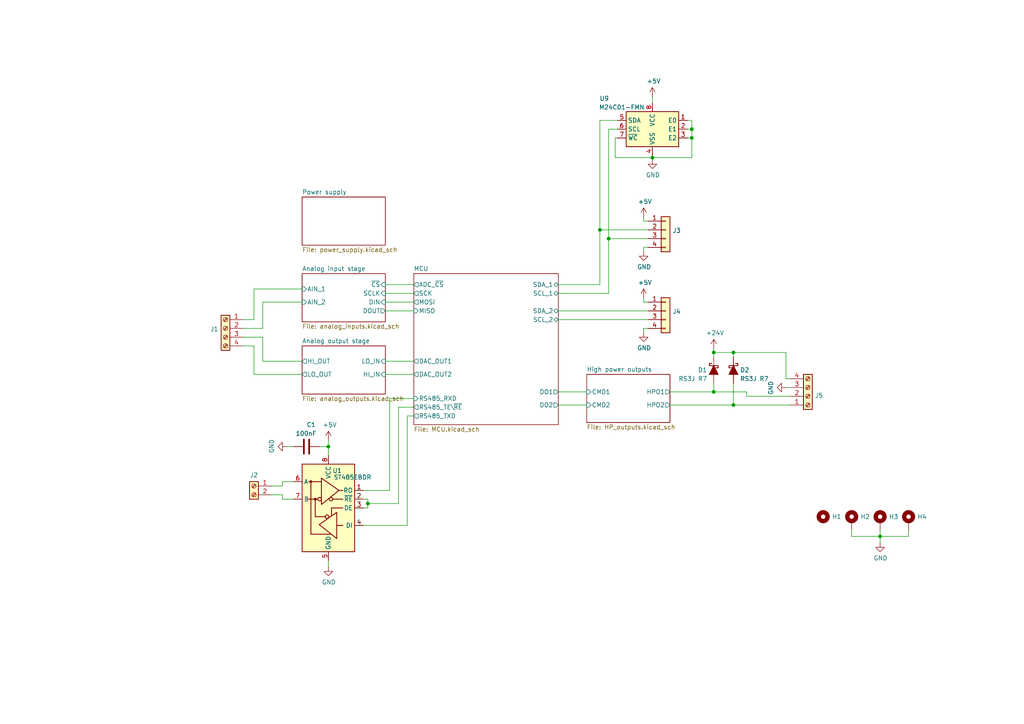
<source format=kicad_sch>
(kicad_sch (version 20231120) (generator "eeschema") (generator_version "8.0")
  (paper "A4")
  (title_block (title "MEV board") (date "2021-05-25") (rev "1.0") (comment 2 "Released under CC BY-NC-SA license"))
  (lib_symbols
    (symbol "Connector:Screw_Terminal_01x02" (pin_names (offset 1.016) hide)
      (property "Reference" "J" (at 0 2.54 0))
      (property "Value" "Screw_Terminal_01x02" (at 0 -5.08 0))
      (symbol "Screw_Terminal_01x02_1_1"
        (rectangle (start -1.27 1.27) (end 1.27 -3.81) (stroke (width 0.254)) (fill (type background)))
        (circle (center 0 -2.54) (radius 0.635) (stroke (width 0.1524)))
        (polyline (pts (xy -0.5334 -2.2098) (xy 0.3302 -3.048)) (stroke (width 0.1524)))
        (polyline (pts (xy -0.5334 0.3302) (xy 0.3302 -0.508)) (stroke (width 0.1524)))
        (polyline (pts (xy -0.3556 -2.032) (xy 0.508 -2.8702)) (stroke (width 0.1524)))
        (polyline (pts (xy -0.3556 0.508) (xy 0.508 -0.3302)) (stroke (width 0.1524)))
        (circle (center 0 0) (radius 0.635) (stroke (width 0.1524)))
        (pin passive line (at -5.08 0 0) (length 3.81) (name "Pin_1") (number "1"))
        (pin passive line (at -5.08 -2.54 0) (length 3.81) (name "Pin_2") (number "2"))
      )
    )
    (symbol "Connector:Screw_Terminal_01x04" (pin_names (offset 1.016) hide)
      (property "Reference" "J" (at 0 5.08 0))
      (property "Value" "Screw_Terminal_01x04" (at 0 -7.62 0))
      (symbol "Screw_Terminal_01x04_1_1"
        (rectangle (start -1.27 3.81) (end 1.27 -6.35) (stroke (width 0.254)) (fill (type background)))
        (circle (center 0 -5.08) (radius 0.635) (stroke (width 0.1524)))
        (circle (center 0 -2.54) (radius 0.635) (stroke (width 0.1524)))
        (polyline (pts (xy -0.5334 -4.7498) (xy 0.3302 -5.588)) (stroke (width 0.1524)))
        (polyline (pts (xy -0.5334 -2.2098) (xy 0.3302 -3.048)) (stroke (width 0.1524)))
        (polyline (pts (xy -0.5334 0.3302) (xy 0.3302 -0.508)) (stroke (width 0.1524)))
        (polyline (pts (xy -0.5334 2.8702) (xy 0.3302 2.032)) (stroke (width 0.1524)))
        (polyline (pts (xy -0.3556 -4.572) (xy 0.508 -5.4102)) (stroke (width 0.1524)))
        (polyline (pts (xy -0.3556 -2.032) (xy 0.508 -2.8702)) (stroke (width 0.1524)))
        (polyline (pts (xy -0.3556 0.508) (xy 0.508 -0.3302)) (stroke (width 0.1524)))
        (polyline (pts (xy -0.3556 3.048) (xy 0.508 2.2098)) (stroke (width 0.1524)))
        (circle (center 0 0) (radius 0.635) (stroke (width 0.1524)))
        (circle (center 0 2.54) (radius 0.635) (stroke (width 0.1524)))
        (pin passive line (at -5.08 2.54 0) (length 3.81) (name "Pin_1") (number "1"))
        (pin passive line (at -5.08 0 0) (length 3.81) (name "Pin_2") (number "2"))
        (pin passive line (at -5.08 -2.54 0) (length 3.81) (name "Pin_3") (number "3"))
        (pin passive line (at -5.08 -5.08 0) (length 3.81) (name "Pin_4") (number "4"))
      )
    )
    (symbol "Connector_Generic:Conn_01x04" (pin_names (offset 1.016) hide)
      (property "Reference" "J" (at 0 5.08 0))
      (property "Value" "Conn_01x04" (at 0 -7.62 0))
      (symbol "Conn_01x04_1_1"
        (rectangle (start -1.27 -4.953) (end 0 -5.207) (stroke (width 0.1524)))
        (rectangle (start -1.27 -2.413) (end 0 -2.667) (stroke (width 0.1524)))
        (rectangle (start -1.27 0.127) (end 0 -0.127) (stroke (width 0.1524)))
        (rectangle (start -1.27 2.667) (end 0 2.413) (stroke (width 0.1524)))
        (rectangle (start -1.27 3.81) (end 1.27 -6.35) (stroke (width 0.254)) (fill (type background)))
        (pin passive line (at -5.08 2.54 0) (length 3.81) (name "Pin_1") (number "1"))
        (pin passive line (at -5.08 0 0) (length 3.81) (name "Pin_2") (number "2"))
        (pin passive line (at -5.08 -2.54 0) (length 3.81) (name "Pin_3") (number "3"))
        (pin passive line (at -5.08 -5.08 0) (length 3.81) (name "Pin_4") (number "4"))
      )
    )
    (symbol "Device:C" (pin_numbers hide) (pin_names (offset 0.254))
      (property "Reference" "C" (at 0.635 2.54 0))
      (property "Value" "C" (at 0.635 -2.54 0))
      (symbol "C_0_1"
        (polyline (pts (xy -2.032 -0.762) (xy 2.032 -0.762)) (stroke (width 0.508)))
        (polyline (pts (xy -2.032 0.762) (xy 2.032 0.762)) (stroke (width 0.508)))
      )
      (symbol "C_1_1"
        (pin passive line (at 0 3.81 270) (length 2.794) (name "~") (number "1"))
        (pin passive line (at 0 -3.81 90) (length 2.794) (name "~") (number "2"))
      )
    )
    (symbol "Device:D_Schottky_Filled" (pin_numbers hide) (pin_names (offset 1.016) hide)
      (property "Reference" "D" (at 0 2.54 0))
      (property "Value" "D_Schottky_Filled" (at 0 -2.54 0))
      (symbol "D_Schottky_Filled_0_1"
        (polyline (pts (xy 1.27 0) (xy -1.27 0)))
        (polyline (pts (xy 1.27 1.27) (xy 1.27 -1.27) (xy -1.27 0) (xy 1.27 1.27)) (stroke (width 0.254)) (fill (type outline)))
        (polyline (pts (xy -1.905 0.635) (xy -1.905 1.27) (xy -1.27 1.27) (xy -1.27 -1.27) (xy -0.635 -1.27) (xy -0.635 -0.635)) (stroke (width 0.254)))
      )
      (symbol "D_Schottky_Filled_1_1"
        (pin passive line (at -3.81 0 0) (length 2.54) (name "K") (number "1"))
        (pin passive line (at 3.81 0 180) (length 2.54) (name "A") (number "2"))
      )
    )
    (symbol "Interface_UART:ST485E"
      (property "Reference" "U" (at -6.985 13.97 0))
      (property "Value" "ST485E" (at 2.54 13.97 0))
      (symbol "ST485E_0_1"
        (rectangle (start -7.62 12.7) (end 7.62 -12.7) (stroke (width 0.254)) (fill (type background)))
        (polyline (pts (xy -4.191 2.54) (xy -1.27 2.54)) (stroke (width 0.254)))
        (polyline (pts (xy -2.54 -5.08) (xy -4.191 -5.08)) (stroke (width 0.254)))
        (polyline (pts (xy -0.635 -7.62) (xy 5.08 -7.62)) (stroke (width 0.254)))
        (polyline (pts (xy 0.889 -2.54) (xy 3.81 -2.54)) (stroke (width 0.254)))
        (polyline (pts (xy 2.032 7.62) (xy 5.715 7.62)) (stroke (width 0.254)))
        (polyline (pts (xy 3.048 2.54) (xy 5.715 2.54)) (stroke (width 0.254)))
        (polyline (pts (xy 3.81 -2.54) (xy 3.81 2.54)) (stroke (width 0.254)))
        (polyline (pts (xy 5.08 -7.62) (xy 5.08 7.62)) (stroke (width 0.254)))
        (polyline (pts (xy -4.191 0) (xy -0.889 0) (xy -0.889 -2.286)) (stroke (width 0.254)))
        (polyline (pts (xy -3.175 5.08) (xy -4.191 5.08) (xy -4.064 5.08)) (stroke (width 0.254)))
        (polyline (pts (xy -2.413 -5.08) (xy -2.413 -1.27) (xy 2.667 -4.826) (xy -2.413 -8.89) (xy -2.413 -5.08)) (stroke (width 0.254)))
        (circle (center 0.381 -2.54) (radius 0.508) (stroke (width 0.254)))
        (circle (center 3.81 2.54) (radius 0.2794) (stroke (width 0.254)) (fill (type outline)))
      )
      (symbol "ST485E_1_1"
        (circle (center -0.762 2.54) (radius 0.508) (stroke (width 0.254)))
        (polyline (pts (xy 2.032 4.826) (xy 2.032 8.636) (xy -3.048 5.08) (xy 2.032 1.016) (xy 2.032 4.826)) (stroke (width 0.254)))
        (circle (center 2.54 2.54) (radius 0.508) (stroke (width 0.254)))
        (circle (center 5.08 7.62) (radius 0.2794) (stroke (width 0.254)) (fill (type outline)))
        (pin output line (at -10.16 5.08 0) (length 2.54) (name "RO") (number "1"))
        (pin input line (at -10.16 2.54 0) (length 2.54) (name "~{RE}") (number "2"))
        (pin input line (at -10.16 0 0) (length 2.54) (name "DE") (number "3"))
        (pin input line (at -10.16 -5.08 0) (length 2.54) (name "DI") (number "4"))
        (pin power_in line (at 0 -15.24 90) (length 2.54) (name "GND") (number "5"))
        (pin bidirectional line (at 10.16 7.62 180) (length 2.54) (name "A") (number "6"))
        (pin bidirectional line (at 10.16 2.54 180) (length 2.54) (name "B") (number "7"))
        (pin power_in line (at 0 15.24 270) (length 2.54) (name "VCC") (number "8"))
      )
    )
    (symbol "Mechanical:MountingHole" (pin_names (offset 1.016)) (exclude_from_sim yes) (in_bom no)
      (property "Reference" "H" (at 0 5.08 0))
      (property "Value" "MountingHole" (at 0 3.175 0))
      (symbol "MountingHole_0_1"
        (circle (center 0 0) (radius 1.27) (stroke (width 1.27)))
      )
    )
    (symbol "Mechanical:MountingHole_Pad" (pin_numbers hide) (pin_names (offset 1.016) hide) (exclude_from_sim yes) (in_bom no)
      (property "Reference" "H" (at 0 6.35 0))
      (property "Value" "MountingHole_Pad" (at 0 4.445 0))
      (symbol "MountingHole_Pad_0_1"
        (circle (center 0 1.27) (radius 1.27) (stroke (width 1.27)))
      )
      (symbol "MountingHole_Pad_1_1"
        (pin input line (at 0 -2.54 90) (length 2.54) (name "1") (number "1"))
      )
    )
    (symbol "Memory_EEPROM:M24C01-FMN"
      (property "Reference" "U" (at -6.35 6.35 0))
      (property "Value" "M24C01-FMN" (at 7.62 6.35 0))
      (symbol "M24C01-FMN_0_1"
        (rectangle (start -7.62 5.08) (end 7.62 -5.08) (stroke (width 0.254)) (fill (type background)))
      )
      (symbol "M24C01-FMN_1_1"
        (pin input line (at -10.16 2.54 0) (length 2.54) (name "E0") (number "1"))
        (pin input line (at -10.16 0 0) (length 2.54) (name "E1") (number "2"))
        (pin input line (at -10.16 -2.54 0) (length 2.54) (name "E2") (number "3"))
        (pin power_in line (at 0 -7.62 90) (length 2.54) (name "VSS") (number "4"))
        (pin bidirectional line (at 10.16 2.54 180) (length 2.54) (name "SDA") (number "5"))
        (pin input line (at 10.16 0 180) (length 2.54) (name "SCL") (number "6"))
        (pin input line (at 10.16 -2.54 180) (length 2.54) (name "~{WC}") (number "7"))
        (pin power_in line (at 0 7.62 270) (length 2.54) (name "VCC") (number "8"))
      )
    )
    (symbol "power:+24V" (power) (pin_numbers hide) (pin_names (offset 0) hide)
      (property "Value" "+24V" (at 0 3.556 0))
      (symbol "+24V_0_1"
        (polyline (pts (xy -0.762 1.27) (xy 0 2.54)))
        (polyline (pts (xy 0 0) (xy 0 2.54)))
        (polyline (pts (xy 0 2.54) (xy 0.762 1.27)))
      )
      (symbol "+24V_1_1"
        (pin power_in line (at 0 0 90) (length 0) (name "~") (number "1"))
      )
    )
    (symbol "power:+5V" (power) (pin_numbers hide) (pin_names (offset 0) hide)
      (property "Value" "+5V" (at 0 3.556 0))
      (symbol "+5V_0_1"
        (polyline (pts (xy -0.762 1.27) (xy 0 2.54)))
        (polyline (pts (xy 0 0) (xy 0 2.54)))
        (polyline (pts (xy 0 2.54) (xy 0.762 1.27)))
      )
      (symbol "+5V_1_1"
        (pin power_in line (at 0 0 90) (length 0) (name "~") (number "1"))
      )
    )
    (symbol "power:GND" (power) (pin_numbers hide) (pin_names (offset 0) hide)
      (property "Value" "GND" (at 0 -3.81 0))
      (symbol "GND_0_1"
        (polyline (pts (xy 0 0) (xy 0 -1.27) (xy 1.27 -1.27) (xy 0 -2.54) (xy -1.27 -1.27) (xy 0 -1.27)))
      )
      (symbol "GND_1_1"
        (pin power_in line (at 0 0 270) (length 0) (name "~") (number "1"))
      )
    )
  )
  (junction (at 255.27 155.575))
  (junction (at 200.66 37.465))
  (junction (at 189.23 45.72))
  (junction (at 212.725 102.235))
  (junction (at 207.01 102.235))
  (junction (at 176.53 69.215))
  (junction (at 212.725 117.475))
  (junction (at 173.99 66.675))
  (junction (at 95.25 129.54))
  (junction (at 207.01 113.665))
  (junction (at 200.66 40.005))
  (junction (at 106.68 146.05))
  (wire (pts (xy 189.23 45.085) (xy 189.23 45.72)))
  (wire (pts (xy 189.23 45.72) (xy 200.66 45.72)))
  (wire (pts (xy 186.69 86.36) (xy 186.69 87.63)))
  (wire (pts (xy 247.015 153.67) (xy 247.015 155.575)))
  (wire (pts (xy 207.01 102.235) (xy 207.01 103.505)))
  (wire (pts (xy 176.53 69.215) (xy 176.53 37.465)))
  (wire (pts (xy 255.27 155.575) (xy 263.525 155.575)))
  (wire (pts (xy 111.76 90.17) (xy 120.015 90.17)))
  (wire (pts (xy 200.66 45.72) (xy 200.66 40.005)))
  (wire (pts (xy 173.99 34.925) (xy 179.07 34.925)))
  (wire (pts (xy 113.03 115.57) (xy 113.03 142.24)))
  (wire (pts (xy 207.01 100.965) (xy 207.01 102.235)))
  (wire (pts (xy 73.66 83.82) (xy 87.63 83.82)))
  (wire (pts (xy 255.27 153.67) (xy 255.27 155.575)))
  (wire (pts (xy 187.96 90.17) (xy 161.925 90.17)))
  (wire (pts (xy 216.535 114.935) (xy 229.235 114.935)))
  (wire (pts (xy 186.69 87.63) (xy 187.96 87.63)))
  (wire (pts (xy 95.25 129.54) (xy 95.25 127.635)))
  (wire (pts (xy 229.235 117.475) (xy 212.725 117.475)))
  (wire (pts (xy 70.485 100.33) (xy 73.66 100.33)))
  (wire (pts (xy 247.015 155.575) (xy 255.27 155.575)))
  (wire (pts (xy 176.53 69.215) (xy 176.53 85.09)))
  (wire (pts (xy 207.01 111.125) (xy 207.01 113.665)))
  (wire (pts (xy 106.68 144.78) (xy 105.41 144.78)))
  (wire (pts (xy 76.2 104.775) (xy 87.63 104.775)))
  (wire (pts (xy 189.23 45.72) (xy 189.23 46.355)))
  (wire (pts (xy 186.69 64.135) (xy 187.96 64.135)))
  (wire (pts (xy 118.11 120.65) (xy 118.11 152.4)))
  (wire (pts (xy 200.66 37.465) (xy 200.66 34.925)))
  (wire (pts (xy 255.27 155.575) (xy 255.27 157.48)))
  (wire (pts (xy 170.18 117.475) (xy 161.925 117.475)))
  (wire (pts (xy 95.25 129.54) (xy 95.25 132.08)))
  (wire (pts (xy 78.74 140.97) (xy 81.915 140.97)))
  (wire (pts (xy 178.435 40.005) (xy 178.435 45.72)))
  (wire (pts (xy 227.965 102.235) (xy 227.965 109.855)))
  (wire (pts (xy 194.31 113.665) (xy 207.01 113.665)))
  (wire (pts (xy 111.76 85.09) (xy 120.015 85.09)))
  (wire (pts (xy 92.71 129.54) (xy 95.25 129.54)))
  (wire (pts (xy 186.69 95.25) (xy 187.96 95.25)))
  (wire (pts (xy 105.41 142.24) (xy 113.03 142.24)))
  (wire (pts (xy 70.485 92.71) (xy 73.66 92.71)))
  (wire (pts (xy 186.69 96.52) (xy 186.69 95.25)))
  (wire (pts (xy 78.74 143.51) (xy 81.915 143.51)))
  (wire (pts (xy 173.99 82.55) (xy 173.99 66.675)))
  (wire (pts (xy 173.99 66.675) (xy 187.96 66.675)))
  (wire (pts (xy 207.01 102.235) (xy 212.725 102.235)))
  (wire (pts (xy 178.435 45.72) (xy 189.23 45.72)))
  (wire (pts (xy 111.76 82.55) (xy 120.015 82.55)))
  (wire (pts (xy 186.69 62.865) (xy 186.69 64.135)))
  (wire (pts (xy 199.39 37.465) (xy 200.66 37.465)))
  (wire (pts (xy 199.39 40.005) (xy 200.66 40.005)))
  (wire (pts (xy 176.53 37.465) (xy 179.07 37.465)))
  (wire (pts (xy 212.725 111.125) (xy 212.725 117.475)))
  (wire (pts (xy 187.96 69.215) (xy 176.53 69.215)))
  (wire (pts (xy 76.2 97.79) (xy 76.2 104.775)))
  (wire (pts (xy 105.41 152.4) (xy 118.11 152.4)))
  (wire (pts (xy 76.2 87.63) (xy 87.63 87.63)))
  (wire (pts (xy 120.015 120.65) (xy 118.11 120.65)))
  (wire (pts (xy 200.66 40.005) (xy 200.66 37.465)))
  (wire (pts (xy 115.57 118.11) (xy 115.57 146.05)))
  (wire (pts (xy 186.69 71.755) (xy 187.96 71.755)))
  (wire (pts (xy 227.965 112.395) (xy 229.235 112.395)))
  (wire (pts (xy 200.66 34.925) (xy 199.39 34.925)))
  (wire (pts (xy 115.57 118.11) (xy 120.015 118.11)))
  (wire (pts (xy 176.53 85.09) (xy 161.925 85.09)))
  (wire (pts (xy 81.915 140.97) (xy 81.915 139.7)))
  (wire (pts (xy 76.2 95.25) (xy 76.2 87.63)))
  (wire (pts (xy 161.925 113.665) (xy 170.18 113.665)))
  (wire (pts (xy 70.485 97.79) (xy 76.2 97.79)))
  (wire (pts (xy 186.69 73.025) (xy 186.69 71.755)))
  (wire (pts (xy 73.66 100.33) (xy 73.66 108.585)))
  (wire (pts (xy 95.25 162.56) (xy 95.25 164.465)))
  (wire (pts (xy 212.725 102.235) (xy 227.965 102.235)))
  (wire (pts (xy 179.07 40.005) (xy 178.435 40.005)))
  (wire (pts (xy 81.915 139.7) (xy 85.09 139.7)))
  (wire (pts (xy 161.925 82.55) (xy 173.99 82.55)))
  (wire (pts (xy 81.915 143.51) (xy 81.915 144.78)))
  (wire (pts (xy 161.925 92.71) (xy 187.96 92.71)))
  (wire (pts (xy 106.68 146.05) (xy 115.57 146.05)))
  (wire (pts (xy 111.76 104.775) (xy 120.015 104.775)))
  (wire (pts (xy 120.015 108.585) (xy 111.76 108.585)))
  (wire (pts (xy 173.99 66.675) (xy 173.99 34.925)))
  (wire (pts (xy 73.66 108.585) (xy 87.63 108.585)))
  (wire (pts (xy 227.965 109.855) (xy 229.235 109.855)))
  (wire (pts (xy 212.725 102.235) (xy 212.725 103.505)))
  (wire (pts (xy 73.66 92.71) (xy 73.66 83.82)))
  (wire (pts (xy 83.185 129.54) (xy 85.09 129.54)))
  (wire (pts (xy 216.535 113.665) (xy 216.535 114.935)))
  (wire (pts (xy 106.68 146.05) (xy 106.68 147.32)))
  (wire (pts (xy 207.01 113.665) (xy 216.535 113.665)))
  (wire (pts (xy 70.485 95.25) (xy 76.2 95.25)))
  (wire (pts (xy 106.68 144.78) (xy 106.68 146.05)))
  (wire (pts (xy 120.015 87.63) (xy 111.76 87.63)))
  (wire (pts (xy 106.68 147.32) (xy 105.41 147.32)))
  (wire (pts (xy 212.725 117.475) (xy 194.31 117.475)))
  (wire (pts (xy 120.015 115.57) (xy 113.03 115.57)))
  (wire (pts (xy 81.915 144.78) (xy 85.09 144.78)))
  (wire (pts (xy 263.525 155.575) (xy 263.525 153.67)))
  (wire (pts (xy 189.23 29.845) (xy 189.23 27.94)))
  (symbol (lib_id "Device:D_Schottky_Filled") (at 212.725 107.315 270) (unit 1)
    (property "Reference" "D2" (at 214.63 107.315 90) (effects (justify left)))
    (property "Value" "RS3J R7" (at 214.63 109.855 90) (effects (justify left)))
    (property "Footprint" "Diode_SMD:D_SMC_Handsoldering" (effects (hide yes)))
    (property "Description" "Schottky diode, filled shape" (effects (hide yes)))
  )
  (symbol (lib_id "Device:D_Schottky_Filled") (at 207.01 107.315 90) (mirror x) (unit 1)
    (property "Reference" "D1" (at 205.105 107.315 90) (effects (justify left)))
    (property "Value" "RS3J R7" (at 205.105 109.855 90) (effects (justify left)))
    (property "Footprint" "Diode_SMD:D_SMC_Handsoldering" (effects (hide yes)))
    (property "Description" "Schottky diode, filled shape" (effects (hide yes)))
  )
  (symbol (lib_id "power:GND") (at 227.965 112.395 270) (unit 1)
    (property "Reference" "#PWR09" (effects (hide yes)))
    (property "Value" "GND" (at 223.5708 112.522 0))
  )
  (symbol (lib_id "power:+24V") (at 207.01 100.965 0) (unit 1)
    (property "Reference" "#PWR08" (effects (hide yes)))
    (property "Value" "+24V" (at 207.391 96.5708 0))
  )
  (symbol (lib_id "Connector:Screw_Terminal_01x04") (at 234.315 114.935 0) (mirror x) (unit 1)
    (property "Reference" "J5" (at 236.347 114.7318 0) (effects (justify left)))
    (property "Value" " " (at 236.347 112.4204 0) (effects (justify left)))
    (property "Footprint" "TerminalBlock_Phoenix:TerminalBlock_Phoenix_MKDS-1,5-4-5.08_1x04_P5.08mm_Horizontal" (effects (hide yes)))
  )
  (symbol (lib_id "Mechanical:MountingHole") (at 238.76 149.86 0) (unit 1)
    (property "Reference" "H1" (at 241.3 149.86 0) (effects (justify left)))
    (property "Value" " " (at 241.3 151.003 0) (effects (justify left)))
    (property "Footprint" "MountingHole:MountingHole_3.2mm_M3_Pad_TopBottom" (effects (hide yes)))
  )
  (symbol (lib_id "Mechanical:MountingHole_Pad") (at 247.015 151.13 0) (unit 1)
    (property "Reference" "H2" (at 249.555 149.8854 0) (effects (justify left)))
    (property "Value" " " (at 249.555 152.1968 0) (effects (justify left)))
    (property "Footprint" "MountingHole:MountingHole_3.2mm_M3_Pad_TopBottom" (effects (hide yes)))
  )
  (symbol (lib_id "Mechanical:MountingHole_Pad") (at 255.27 151.13 0) (unit 1)
    (property "Reference" "H3" (at 257.81 149.8854 0) (effects (justify left)))
    (property "Value" " " (at 257.81 152.1968 0) (effects (justify left)))
    (property "Footprint" "MountingHole:MountingHole_3.2mm_M3_Pad_TopBottom" (effects (hide yes)))
  )
  (symbol (lib_id "Mechanical:MountingHole_Pad") (at 263.525 151.13 0) (unit 1)
    (property "Reference" "H4" (at 266.065 149.8854 0) (effects (justify left)))
    (property "Value" " " (at 266.065 152.1968 0) (effects (justify left)))
    (property "Footprint" "MountingHole:MountingHole_3.2mm_M3_Pad_TopBottom" (effects (hide yes)))
  )
  (symbol (lib_id "power:GND") (at 255.27 157.48 0) (unit 1)
    (property "Reference" "#PWR0101" (effects (hide yes)))
    (property "Value" "GND" (at 255.397 161.8742 0))
  )
  (symbol (lib_id "Connector:Screw_Terminal_01x04") (at 65.405 95.25 0) (mirror y) (unit 1)
    (property "Reference" "J1" (at 63.373 95.4532 0) (effects (justify left)))
    (property "Value" " " (at 63.373 97.7646 0) (effects (justify left)))
    (property "Footprint" "TerminalBlock_Phoenix:TerminalBlock_Phoenix_MKDS-1,5-4-5.08_1x04_P5.08mm_Horizontal" (effects (hide yes)))
  )
  (symbol (lib_id "Connector_Generic:Conn_01x04") (at 193.04 90.17 0) (unit 1)
    (property "Reference" "J4" (at 195.072 90.3732 0) (effects (justify left)))
    (property "Value" " " (at 195.072 92.6846 0) (effects (justify left)))
    (property "Footprint" "Connector_PinHeader_2.54mm:PinHeader_1x04_P2.54mm_Vertical" (effects (hide yes)))
  )
  (symbol (lib_id "power:GND") (at 186.69 96.52 0) (unit 1)
    (property "Reference" "#PWR07" (effects (hide yes)))
    (property "Value" "GND" (at 186.817 100.9142 0))
  )
  (symbol (lib_id "power:+5V") (at 186.69 86.36 0) (unit 1)
    (property "Reference" "#PWR06" (effects (hide yes)))
    (property "Value" "+5V" (at 187.071 81.9658 0))
  )
  (symbol (lib_id "Connector_Generic:Conn_01x04") (at 193.04 66.675 0) (unit 1)
    (property "Reference" "J3" (at 195.072 66.8782 0) (effects (justify left)))
    (property "Value" " " (at 195.072 69.1896 0) (effects (justify left)))
    (property "Footprint" "Connector_PinHeader_2.54mm:PinHeader_1x04_P2.54mm_Vertical" (effects (hide yes)))
  )
  (symbol (lib_id "power:GND") (at 186.69 73.025 0) (unit 1)
    (property "Reference" "#PWR05" (effects (hide yes)))
    (property "Value" "GND" (at 186.817 77.4192 0))
  )
  (symbol (lib_id "power:+5V") (at 186.69 62.865 0) (unit 1)
    (property "Reference" "#PWR04" (effects (hide yes)))
    (property "Value" "+5V" (at 187.071 58.4708 0))
  )
  (symbol (lib_id "Interface_UART:ST485E") (at 95.25 147.32 0) (mirror y) (unit 1)
    (property "Reference" "U1" (at 97.79 136.525 0))
    (property "Value" "ST485EBDR" (at 102.235 138.43 0))
    (property "Footprint" "Package_SO:SOIC-8_3.9x4.9mm_P1.27mm" (effects (hide yes)))
    (property "Datasheet" "http://www.st.com/resource/en/datasheet/st485eb.pdf" (effects (hide yes)))
    (property "Description" "Half duplex RS-485/RS-422, 5 Mbps, ±15kV ESD, 5V supply, 256 bus load, SOIC-8" (effects (hide yes)))
  )
  (symbol (lib_id "power:GND") (at 95.25 164.465 0) (unit 1)
    (property "Reference" "#PWR03" (effects (hide yes)))
    (property "Value" "GND" (at 95.377 168.8592 0))
  )
  (symbol (lib_id "power:+5V") (at 95.25 127.635 0) (unit 1)
    (property "Reference" "#PWR02" (effects (hide yes)))
    (property "Value" "+5V" (at 95.631 123.2408 0))
  )
  (symbol (lib_id "power:GND") (at 83.185 129.54 270) (mirror x) (unit 1)
    (property "Reference" "#PWR01" (effects (hide yes)))
    (property "Value" "GND" (at 78.7908 129.413 0))
  )
  (symbol (lib_id "Device:C") (at 88.9 129.54 270) (mirror x) (unit 1)
    (property "Reference" "C1" (at 88.9 123.19 90) (effects (justify left)))
    (property "Value" "100nF" (at 85.725 125.73 90) (effects (justify left)))
    (property "Footprint" "Capacitor_SMD:C_0603_1608Metric_Pad1.08x0.95mm_HandSolder" (effects (hide yes)))
  )
  (symbol (lib_id "Connector:Screw_Terminal_01x02") (at 73.66 140.97 0) (mirror y) (unit 1)
    (property "Reference" "J2" (at 73.66 137.795 0))
    (property "Value" " " (at 73.66 137.795 0))
    (property "Footprint" "TerminalBlock_Phoenix:TerminalBlock_Phoenix_MKDS-1,5-2-5.08_1x02_P5.08mm_Horizontal" (effects (hide yes)))
  )
  (symbol (lib_id "Memory_EEPROM:M24C01-FMN") (at 189.23 37.465 0) (mirror y) (unit 1)
    (property "Reference" "U9" (at 175.26 28.575 0))
    (property "Value" "M24C01-FMN" (at 180.34 31.115 0))
    (property "Footprint" "Package_SO:SOIC-8_3.9x4.9mm_P1.27mm" (effects (hide yes)))
    (property "Datasheet" "http://www.st.com/content/ccc/resource/technical/document/datasheet/b0/d8/50/40/5a/85/49/6f/DM00071904.pdf/files/DM00071904.pdf/jcr:content/translations/en.DM00071904.pdf" (effects (hide yes)))
  )
  (symbol (lib_id "power:+5V") (at 189.23 27.94 0) (unit 1)
    (property "Reference" "#PWR0102" (effects (hide yes)))
    (property "Value" "+5V" (at 189.611 23.5458 0))
  )
  (symbol (lib_id "power:GND") (at 189.23 46.355 0) (unit 1)
    (property "Reference" "#PWR0103" (effects (hide yes)))
    (property "Value" "GND" (at 189.357 50.7492 0))
  )
  (sheet (at 87.63 79.375) (size 24.13 13.97)
    (property "Sheetname" "Analog input stage" (at 87.63 78.6634 0) (effects (justify left bottom)))
    (property "Sheetfile" "analog_inputs.kicad_sch" (at 87.63 93.9296 0) (effects (justify left top)))
    (pin "AIN_1" input (at 87.63 83.82 180))
    (pin "AIN_2" input (at 87.63 87.63 180))
    (pin "~{CS}" input (at 111.76 82.55 0))
    (pin "SCLK" input (at 111.76 85.09 0))
    (pin "DOUT" output (at 111.76 90.17 0))
    (pin "DIN" input (at 111.76 87.63 0))
  )
  (sheet (at 87.63 100.33) (size 24.13 13.97)
    (property "Sheetname" "Analog output stage" (at 87.63 99.6184 0) (effects (justify left bottom)))
    (property "Sheetfile" "analog_outputs.kicad_sch" (at 87.63 114.8846 0) (effects (justify left top)))
    (pin "LO_OUT" output (at 87.63 108.585 180))
    (pin "HI_OUT" output (at 87.63 104.775 180))
    (pin "LO_IN" input (at 111.76 104.775 0))
    (pin "HI_IN" input (at 111.76 108.585 0))
  )
  (sheet (at 170.18 108.585) (size 24.13 13.97)
    (property "Sheetname" "High power outputs" (at 170.18 107.8734 0) (effects (justify left bottom)))
    (property "Sheetfile" "HP_outputs.kicad_sch" (at 170.18 123.1396 0) (effects (justify left top)))
    (pin "HPO1" output (at 194.31 113.665 0))
    (pin "HPO2" output (at 194.31 117.475 0))
    (pin "CMD1" input (at 170.18 113.665 180))
    (pin "CMD2" input (at 170.18 117.475 180))
  )
  (sheet (at 120.015 79.375) (size 41.91 43.815)
    (property "Sheetname" "MCU" (at 120.015 78.6634 0) (effects (justify left bottom)))
    (property "Sheetfile" "MCU.kicad_sch" (at 120.015 123.7746 0) (effects (justify left top)))
    (pin "DAC_OUT1" output (at 120.015 104.775 180))
    (pin "RS485_TE\\~{RE}" output (at 120.015 118.11 180))
    (pin "RS485_TXD" output (at 120.015 120.65 180))
    (pin "RS485_RXD" input (at 120.015 115.57 180))
    (pin "SCL_1" bidirectional (at 161.925 85.09 0))
    (pin "SDA_1" bidirectional (at 161.925 82.55 0))
    (pin "SCK" output (at 120.015 85.09 180))
    (pin "MOSI" output (at 120.015 87.63 180))
    (pin "ADC_~{CS}" output (at 120.015 82.55 180))
    (pin "MISO" input (at 120.015 90.17 180))
    (pin "SDA_2" bidirectional (at 161.925 90.17 0))
    (pin "SCL_2" bidirectional (at 161.925 92.71 0))
    (pin "DO2" output (at 161.925 117.475 0))
    (pin "DO1" output (at 161.925 113.665 0))
    (pin "DAC_OUT2" output (at 120.015 108.585 180))
  )
  (sheet (at 87.63 57.15) (size 24.13 13.97)
    (property "Sheetname" "Power supply" (at 87.63 56.4384 0) (effects (justify left bottom)))
    (property "Sheetfile" "power_supply.kicad_sch" (at 87.63 71.7046 0) (effects (justify left top)))
  )
)
</source>
